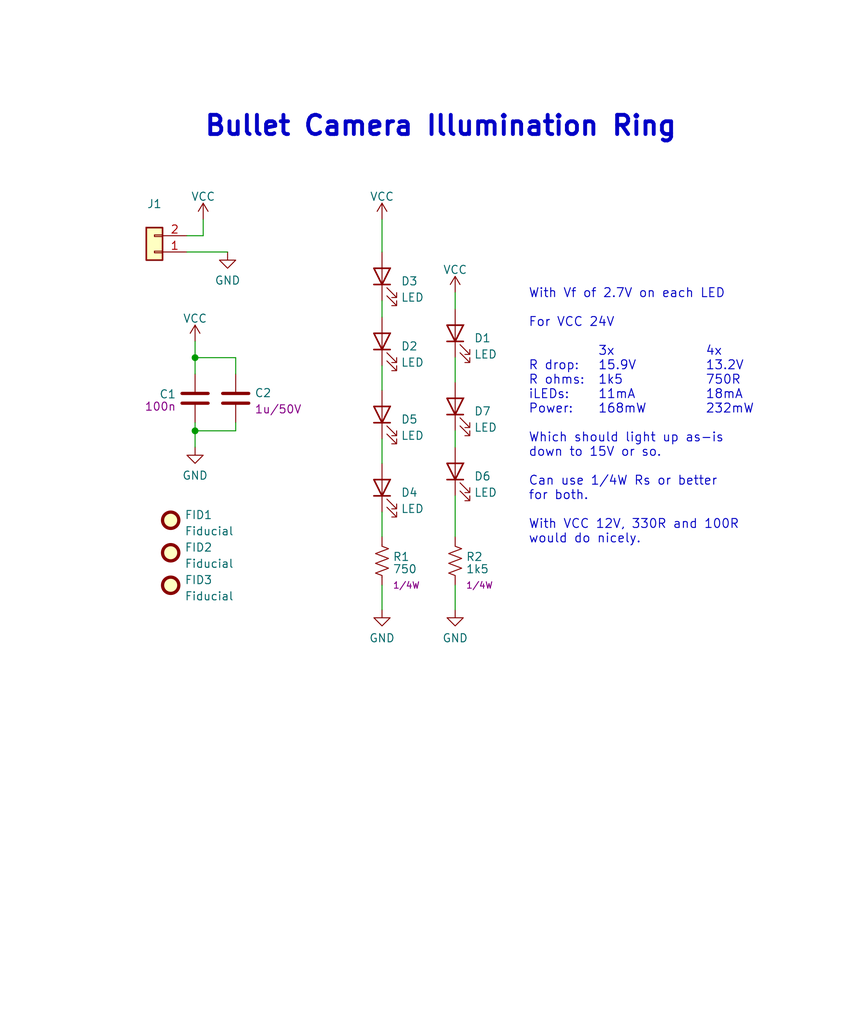
<source format=kicad_sch>
(kicad_sch (version 20230121) (generator eeschema)
  (paper "User" 135.001 159.995)
  (title_block (title "Simple Illumination Ring") (rev "1.3") (company "Psychogenic Technologies INC") (comment 1 "(C) 2023 Pat Deegan"))
  (lib_symbols
    (symbol "Connector_Generic:Conn_01x02" (pin_names (offset 1.016) hide)
      (property "Reference" "J" (at 0 2.54 0))
      (property "Value" "Conn_01x02" (at 0 -5.08 0))
      (symbol "Conn_01x02_1_1"
        (rectangle (start -1.27 -2.413) (end 0 -2.667) (stroke (width 0.1524)))
        (rectangle (start -1.27 0.127) (end 0 -0.127) (stroke (width 0.1524)))
        (rectangle (start -1.27 1.27) (end 1.27 -3.81) (stroke (width 0.254)) (fill (type background)))
        (pin passive line (at -5.08 0 0) (length 3.81) (name "Pin_1") (number "1"))
        (pin passive line (at -5.08 -2.54 0) (length 3.81) (name "Pin_2") (number "2"))
      )
    )
    (symbol "Device:LED" (pin_numbers hide) (pin_names (offset 1.016) hide)
      (property "Reference" "D" (at 0 2.54 0))
      (property "Value" "LED" (at 0 -2.54 0))
      (symbol "LED_0_1"
        (polyline (pts (xy -1.27 -1.27) (xy -1.27 1.27)) (stroke (width 0.254)))
        (polyline (pts (xy -1.27 0) (xy 1.27 0)))
        (polyline (pts (xy 1.27 -1.27) (xy 1.27 1.27) (xy -1.27 0) (xy 1.27 -1.27)) (stroke (width 0.254)))
        (polyline (pts (xy -3.048 -0.762) (xy -4.572 -2.286) (xy -3.81 -2.286) (xy -4.572 -2.286) (xy -4.572 -1.524)))
        (polyline (pts (xy -1.778 -0.762) (xy -3.302 -2.286) (xy -2.54 -2.286) (xy -3.302 -2.286) (xy -3.302 -1.524)))
      )
      (symbol "LED_1_1"
        (pin passive line (at -3.81 0 0) (length 2.54) (name "K") (number "1"))
        (pin passive line (at 3.81 0 180) (length 2.54) (name "A") (number "2"))
      )
    )
    (symbol "Device:R_US" (pin_numbers hide) (pin_names (offset 0))
      (property "Reference" "R" (at 2.54 0 90))
      (property "Value" "R_US" (at -2.54 0 90))
      (symbol "R_US_0_1"
        (polyline (pts (xy 0 -2.286) (xy 0 -2.54)))
        (polyline (pts (xy 0 2.286) (xy 0 2.54)))
        (polyline (pts (xy 0 -0.762) (xy 1.016 -1.143) (xy 0 -1.524) (xy -1.016 -1.905) (xy 0 -2.286)))
        (polyline (pts (xy 0 0.762) (xy 1.016 0.381) (xy 0 0) (xy -1.016 -0.381) (xy 0 -0.762)))
        (polyline (pts (xy 0 2.286) (xy 1.016 1.905) (xy 0 1.524) (xy -1.016 1.143) (xy 0 0.762)))
      )
      (symbol "R_US_1_1"
        (pin passive line (at 0 3.81 270) (length 1.27) (name "~") (number "1"))
        (pin passive line (at 0 -3.81 90) (length 1.27) (name "~") (number "2"))
      )
    )
    (symbol "Mechanical:Fiducial"
      (property "Reference" "FID" (at 0 5.08 0))
      (property "Value" "Fiducial" (at 0 3.175 0))
      (symbol "Fiducial_0_1"
        (circle (center 0 0) (radius 1.27) (stroke (width 0.508)) (fill (type background)))
      )
    )
    (symbol "power:GND" (power) (pin_names (offset 0))
      (property "Value" "GND" (at 0 -3.81 0))
      (symbol "GND_0_1"
        (polyline (pts (xy 0 0) (xy 0 -1.27) (xy 1.27 -1.27) (xy 0 -2.54) (xy -1.27 -1.27) (xy 0 -1.27)))
      )
      (symbol "GND_1_1"
        (pin power_in line (at 0 0 270) (length 0) hide (name "GND") (number "1"))
      )
    )
    (symbol "power:VCC" (power) (pin_names (offset 0))
      (property "Value" "VCC" (at 0 3.81 0))
      (symbol "VCC_0_1"
        (polyline (pts (xy -0.762 1.27) (xy 0 2.54)))
        (polyline (pts (xy 0 0) (xy 0 2.54)))
        (polyline (pts (xy 0 2.54) (xy 0.762 1.27)))
      )
      (symbol "VCC_1_1"
        (pin power_in line (at 0 0 90) (length 0) hide (name "VCC") (number "1"))
      )
    )
    (symbol "psypassives:C_100n_0603_50V" (pin_numbers hide) (pin_names (offset 0.254))
      (property "Reference" "C" (at 0.635 2.54 0))
      (property "Display Value" "100n/50V" (at 11.43 1.524 0))
      (symbol "C_100n_0603_50V_0_1"
        (polyline (pts (xy -2.032 -0.762) (xy 2.032 -0.762)) (stroke (width 0.508)))
        (polyline (pts (xy -2.032 0.762) (xy 2.032 0.762)) (stroke (width 0.508)))
      )
      (symbol "C_100n_0603_50V_1_1"
        (pin passive line (at 0 3.81 270) (length 2.794) (name "~") (number "1"))
        (pin passive line (at 0 -3.81 90) (length 2.794) (name "~") (number "2"))
      )
    )
    (symbol "psypassives:C_1u_0603_50V" (pin_numbers hide) (pin_names (offset 0.254))
      (property "Reference" "C" (at 0.635 2.54 0))
      (property "Display Value" "1u/50V" (at 11.43 1.524 0))
      (symbol "C_1u_0603_50V_0_1"
        (polyline (pts (xy -2.032 -0.762) (xy 2.032 -0.762)) (stroke (width 0.508)))
        (polyline (pts (xy -2.032 0.762) (xy 2.032 0.762)) (stroke (width 0.508)))
      )
      (symbol "C_1u_0603_50V_1_1"
        (pin passive line (at 0 3.81 270) (length 2.794) (name "~") (number "1"))
        (pin passive line (at 0 -3.81 90) (length 2.794) (name "~") (number "2"))
      )
    )
  )
  (junction (at 30.48 55.88))
  (junction (at 30.48 67.31))
  (wire (pts (xy 29.21 39.37) (xy 35.56 39.37)))
  (wire (pts (xy 36.83 55.88) (xy 30.48 55.88)))
  (wire (pts (xy 71.12 77.47) (xy 71.12 83.82)))
  (wire (pts (xy 30.48 67.31) (xy 30.48 69.85)))
  (wire (pts (xy 31.75 36.83) (xy 29.21 36.83)))
  (wire (pts (xy 59.69 46.99) (xy 59.69 49.53)))
  (wire (pts (xy 71.12 67.31) (xy 71.12 69.85)))
  (wire (pts (xy 31.75 34.29) (xy 31.75 36.83)))
  (wire (pts (xy 59.69 80.01) (xy 59.69 83.82)))
  (wire (pts (xy 30.48 66.04) (xy 30.48 67.31)))
  (wire (pts (xy 36.83 67.31) (xy 30.48 67.31)))
  (wire (pts (xy 59.69 34.29) (xy 59.69 39.37)))
  (wire (pts (xy 71.12 45.72) (xy 71.12 48.26)))
  (wire (pts (xy 36.83 58.42) (xy 36.83 55.88)))
  (wire (pts (xy 59.69 91.44) (xy 59.69 95.25)))
  (wire (pts (xy 30.48 53.34) (xy 30.48 55.88)))
  (wire (pts (xy 59.69 68.58) (xy 59.69 72.39)))
  (wire (pts (xy 30.48 55.88) (xy 30.48 58.42)))
  (wire (pts (xy 59.69 57.15) (xy 59.69 60.96)))
  (wire (pts (xy 71.12 91.44) (xy 71.12 95.25)))
  (wire (pts (xy 71.12 55.88) (xy 71.12 59.69)))
  (wire (pts (xy 36.83 66.04) (xy 36.83 67.31)))
  (text "With Vf of 2.7V on each LED\n\nFor VCC 24V\n\n		3x			4x\nR drop:	15.9V		13.2V\nR ohms:	1k5			750R\niLEDs:	11mA		18mA\nPower:	168mW		232mW\n\nWhich should light up as-is\ndown to 15V or so.\n\nCan use 1/4W Rs or better\nfor both.\n\nWith VCC 12V, 330R and 100R \nwould do nicely." (at 82.55 85.09 0) (effects (font (size 1.4 1.4)) (justify left bottom)))
  (text "Bullet Camera Illumination Ring" (at 31.75 21.59 0) (effects (font (size 3 3) (thickness 0.6) bold) (justify left bottom)))
  (symbol (lib_id "Device:LED") (at 59.69 76.2 90) (unit 1)
    (property "Reference" "D4" (at 62.611 76.9528 90) (effects (justify right)))
    (property "Value" "LED" (at 62.611 79.4897 90) (effects (justify right)))
    (property "Footprint" "T36VAIllumFootprints:LED_PLCC-2" (effects hide))
  )
  (symbol (lib_id "power:VCC") (at 59.69 34.29 0) (unit 1)
    (property "Reference" "#PWR02" (effects hide))
    (property "Value" "VCC" (at 59.69 30.7142 0))
  )
  (symbol (lib_id "power:GND") (at 35.56 39.37 0) (unit 1)
    (property "Reference" "#PWR0102" (effects hide))
    (property "Value" "GND" (at 35.56 43.8134 0))
  )
  (symbol (lib_id "Device:LED") (at 71.12 73.66 90) (unit 1)
    (property "Reference" "D6" (at 74.041 74.4128 90) (effects (justify right)))
    (property "Value" "LED" (at 74.041 76.9497 90) (effects (justify right)))
    (property "Footprint" "T36VAIllumFootprints:LED_PLCC-2" (effects hide))
  )
  (symbol (lib_id "Mechanical:Fiducial") (at 26.67 86.36 0) (unit 1)
    (property "Reference" "FID2" (at 28.829 85.5253 0) (effects (justify left)))
    (property "Value" "Fiducial" (at 28.829 88.0622 0) (effects (justify left)))
    (property "Footprint" "T36VAIllumFootprints:Fiducial_1mm_Mask2mm" (effects hide))
  )
  (symbol (lib_id "power:VCC") (at 31.75 34.29 0) (unit 1)
    (property "Reference" "#PWR01" (effects hide))
    (property "Value" "VCC" (at 31.75 30.7142 0))
  )
  (symbol (lib_id "Mechanical:Fiducial") (at 26.67 91.44 0) (unit 1)
    (property "Reference" "FID3" (at 28.829 90.6053 0) (effects (justify left)))
    (property "Value" "Fiducial" (at 28.829 93.1422 0) (effects (justify left)))
    (property "Footprint" "T36VAIllumFootprints:Fiducial_1mm_Mask2mm" (effects hide))
  )
  (symbol (lib_id "power:VCC") (at 30.48 53.34 0) (unit 1)
    (property "Reference" "#PWR0117" (effects hide))
    (property "Value" "VCC" (at 30.48 49.7642 0))
  )
  (symbol (lib_id "power:VCC") (at 71.12 45.72 0) (unit 1)
    (property "Reference" "#PWR0101" (effects hide))
    (property "Value" "VCC" (at 71.12 42.1442 0))
  )
  (symbol (lib_id "Mechanical:Fiducial") (at 26.67 81.28 0) (unit 1)
    (property "Reference" "FID1" (at 28.829 80.4453 0) (effects (justify left)))
    (property "Value" "Fiducial" (at 28.829 82.9822 0) (effects (justify left)))
    (property "Footprint" "T36VAIllumFootprints:Fiducial_1mm_Mask2mm" (effects hide))
  )
  (symbol (lib_id "Device:LED") (at 59.69 64.77 90) (unit 1)
    (property "Reference" "D5" (at 62.611 65.5228 90) (effects (justify right)))
    (property "Value" "LED" (at 62.611 68.0597 90) (effects (justify right)))
    (property "Footprint" "T36VAIllumFootprints:LED_PLCC-2" (effects hide))
  )
  (symbol (lib_id "Device:LED") (at 71.12 63.5 90) (unit 1)
    (property "Reference" "D7" (at 74.041 64.2528 90) (effects (justify right)))
    (property "Value" "LED" (at 74.041 66.7897 90) (effects (justify right)))
    (property "Footprint" "T36VAIllumFootprints:LED_PLCC-2" (effects hide))
  )
  (symbol (lib_id "Device:LED") (at 59.69 53.34 90) (unit 1)
    (property "Reference" "D2" (at 62.611 54.0928 90) (effects (justify right)))
    (property "Value" "LED" (at 62.611 56.6297 90) (effects (justify right)))
    (property "Footprint" "T36VAIllumFootprints:LED_PLCC-2" (effects hide))
  )
  (symbol (lib_id "power:GND") (at 30.48 69.85 0) (unit 1)
    (property "Reference" "#PWR0118" (effects hide))
    (property "Value" "GND" (at 30.48 74.2934 0))
  )
  (symbol (lib_id "Device:LED") (at 71.12 52.07 90) (unit 1)
    (property "Reference" "D1" (at 74.041 52.8228 90) (effects (justify right)))
    (property "Value" "LED" (at 74.041 55.3597 90) (effects (justify right)))
    (property "Footprint" "T36VAIllumFootprints:LED_PLCC-2" (effects hide))
  )
  (symbol (lib_id "Connector_Generic:Conn_01x02") (at 24.13 39.37 180) (unit 1)
    (property "Reference" "J1" (at 24.13 31.8602 0))
    (property "Value" "Conn_01x02" (effects hide))
    (property "Footprint" "T36VAIllumFootprints:PinHeader_1x02_P2.54mm_Vertical" (effects hide))
  )
  (symbol (lib_id "power:GND") (at 59.69 95.25 0) (unit 1)
    (property "Reference" "#PWR0109" (effects hide))
    (property "Value" "GND" (at 59.69 99.6934 0))
  )
  (symbol (lib_id "psypassives:C_1u_0603_50V") (at 36.83 62.23 0) (unit 1)
    (property "Reference" "C2" (at 39.751 61.3953 0) (effects (justify left)))
    (property "Value" "C_1u_0603_50V" (effects hide))
    (property "Footprint" "T36VAIllumFootprints:C_0603_1608Metric" (effects hide))
    (property "Display Value" "1u/50V" (at 39.751 63.9322 0) (effects (justify left)))
  )
  (symbol (lib_id "power:GND") (at 71.12 95.25 0) (unit 1)
    (property "Reference" "#PWR03" (effects hide))
    (property "Value" "GND" (at 71.12 99.6934 0))
  )
  (symbol (lib_id "Device:R_US") (at 71.12 87.63 0) (unit 1)
    (property "Reference" "R2" (at 72.771 86.9863 0) (effects (justify left)))
    (property "Value" "1k5" (at 72.771 88.9073 0) (effects (justify left)))
    (property "Footprint" "T36VAIllumFootprints:R_0805_2012Metric" (effects hide))
    (property "POWER" "1/4W" (at 74.93 91.44 0) (effects (font (size 1 1))))
  )
  (symbol (lib_id "psypassives:C_100n_0603_50V") (at 30.48 62.23 0) (unit 1)
    (property "Reference" "C1" (at 27.5591 61.5863 0) (effects (justify right)))
    (property "Value" "C_100n_0603_50V" (effects hide))
    (property "Footprint" "T36VAIllumFootprints:C_0603_1608Metric" (effects hide))
    (property "Display" "100n" (at 27.5591 63.5073 0) (effects (justify right)))
  )
  (symbol (lib_id "Device:LED") (at 59.69 43.18 90) (unit 1)
    (property "Reference" "D3" (at 62.611 43.9328 90) (effects (justify right)))
    (property "Value" "LED" (at 62.611 46.4697 90) (effects (justify right)))
    (property "Footprint" "T36VAIllumFootprints:LED_PLCC-2" (effects hide))
  )
  (symbol (lib_id "Device:R_US") (at 59.69 87.63 0) (unit 1)
    (property "Reference" "R1" (at 61.341 86.9863 0) (effects (justify left)))
    (property "Value" "750" (at 61.341 88.9073 0) (effects (justify left)))
    (property "Footprint" "T36VAIllumFootprints:R_0805_2012Metric" (effects hide))
    (property "POWER" "1/4W" (at 63.5 91.44 0) (effects (font (size 1 1))))
  )
)
</source>
